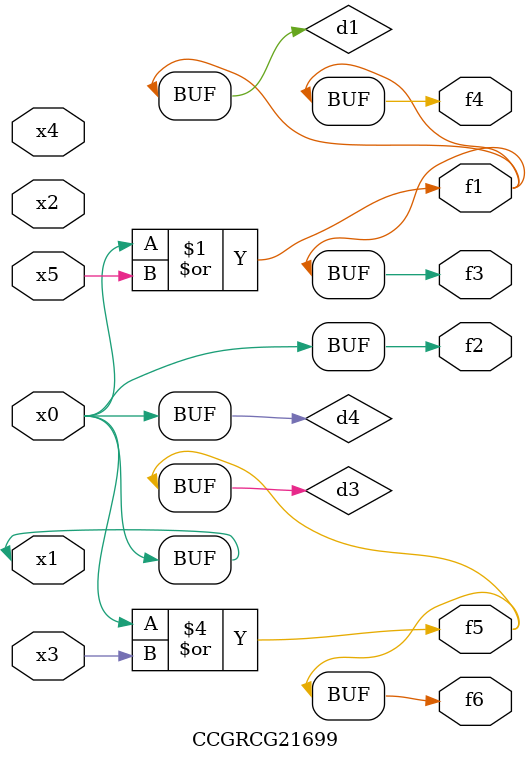
<source format=v>
module CCGRCG21699(
	input x0, x1, x2, x3, x4, x5,
	output f1, f2, f3, f4, f5, f6
);

	wire d1, d2, d3, d4;

	or (d1, x0, x5);
	xnor (d2, x1, x4);
	or (d3, x0, x3);
	buf (d4, x0, x1);
	assign f1 = d1;
	assign f2 = d4;
	assign f3 = d1;
	assign f4 = d1;
	assign f5 = d3;
	assign f6 = d3;
endmodule

</source>
